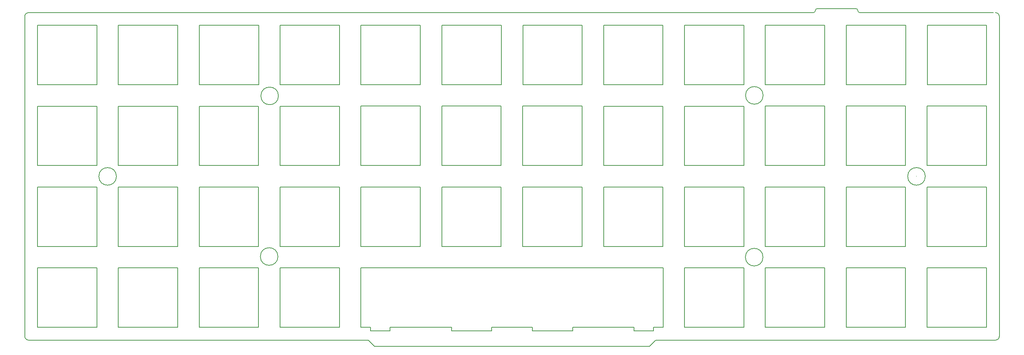
<source format=gto>
G04 #@! TF.GenerationSoftware,KiCad,Pcbnew,5.0.1*
G04 #@! TF.CreationDate,2018-11-17T22:45:35-02:00*
G04 #@! TF.ProjectId,plate,706C6174652E6B696361645F70636200,rev?*
G04 #@! TF.SameCoordinates,Original*
G04 #@! TF.FileFunction,Legend,Top*
G04 #@! TF.FilePolarity,Positive*
%FSLAX46Y46*%
G04 Gerber Fmt 4.6, Leading zero omitted, Abs format (unit mm)*
G04 Created by KiCad (PCBNEW 5.0.1) date Sat 17 Nov 2018 10:45:35 PM -02*
%MOMM*%
%LPD*%
G01*
G04 APERTURE LIST*
%ADD10C,0.150000*%
G04 APERTURE END LIST*
D10*
X93326843Y-83690472D02*
G75*
G03X93326843Y-83690472I-2065931J0D01*
G01*
X112695648Y-138078888D02*
X112695648Y-124095840D01*
X114981624Y-138078888D02*
X112695648Y-138078888D01*
X114981624Y-138850776D02*
X114981624Y-138078888D01*
X119553576Y-138850776D02*
X114981624Y-138850776D01*
X119553576Y-138049200D02*
X119553576Y-138850776D01*
X133981944Y-138049200D02*
X119553576Y-138049200D01*
X133981944Y-138850776D02*
X133981944Y-138049200D01*
X143422728Y-138850776D02*
X133981944Y-138850776D01*
X143422728Y-138078888D02*
X143422728Y-138850776D01*
X152982264Y-138078888D02*
X143422728Y-138078888D01*
X152982264Y-138850776D02*
X152982264Y-138078888D01*
X162423048Y-138850776D02*
X152982264Y-138850776D01*
X162423048Y-138078888D02*
X162423048Y-138850776D01*
X176851416Y-138078888D02*
X162423048Y-138078888D01*
X176851416Y-138850776D02*
X176851416Y-138078888D01*
X181423368Y-138850776D02*
X176851416Y-138850776D01*
X181423368Y-138078888D02*
X181423368Y-138850776D01*
X183679656Y-138078888D02*
X181423368Y-138078888D01*
X183679656Y-124125528D02*
X183679656Y-138078888D01*
X112695648Y-124095840D02*
X183679656Y-124095840D01*
X188696928Y-138064044D02*
X188696928Y-124110684D01*
X226682724Y-124095840D02*
X240636084Y-124095840D01*
X202650288Y-138064044D02*
X188696928Y-138064044D01*
X50662572Y-138064044D02*
X36709212Y-138064044D01*
X245712732Y-138049200D02*
X245712732Y-124095840D01*
X36709212Y-124110684D02*
X50662572Y-124110684D01*
X188696928Y-124110684D02*
X202650288Y-124110684D01*
X245712732Y-124095840D02*
X259666092Y-124095840D01*
X88663212Y-124110684D02*
X74709852Y-124110684D01*
X93710172Y-138064044D02*
X93710172Y-124110684D01*
X259666092Y-124095840D02*
X259666092Y-138049200D01*
X207682404Y-138049200D02*
X207682404Y-124095840D01*
X240636084Y-138049200D02*
X226682724Y-138049200D01*
X36709212Y-138064044D02*
X36709212Y-124110684D01*
X259666092Y-138049200D02*
X245712732Y-138049200D01*
X107663532Y-124110684D02*
X107663532Y-138064044D01*
X207682404Y-124095840D02*
X221635764Y-124095840D01*
X88663212Y-138064044D02*
X88663212Y-124110684D01*
X202650288Y-124110684D02*
X202650288Y-138064044D01*
X112695648Y-138049200D02*
X112695648Y-124095840D01*
X55709532Y-124110684D02*
X69662892Y-124110684D01*
X150725976Y-124095840D02*
X164679336Y-124095840D01*
X93710172Y-124110684D02*
X107663532Y-124110684D01*
X74709852Y-138064044D02*
X88663212Y-138064044D01*
X69662892Y-124110684D02*
X69662892Y-138064044D01*
X107663532Y-138064044D02*
X93710172Y-138064044D01*
X74709852Y-124110684D02*
X74709852Y-138064044D01*
X221635764Y-124095840D02*
X221635764Y-138049200D01*
X50662572Y-124110684D02*
X50662572Y-138064044D01*
X69662892Y-138064044D02*
X55709532Y-138064044D01*
X55709532Y-138064044D02*
X55709532Y-124110684D01*
X221635764Y-138049200D02*
X207682404Y-138049200D01*
X240636084Y-124095840D02*
X240636084Y-138049200D01*
X226682724Y-138049200D02*
X226682724Y-124095840D01*
X226682724Y-119048880D02*
X226682724Y-105095520D01*
X240636084Y-105095520D02*
X240636084Y-119048880D01*
X245712732Y-119048880D02*
X245712732Y-105095520D01*
X93208091Y-121423920D02*
G75*
G03X93208091Y-121423920I-2065931J0D01*
G01*
X55266827Y-102601728D02*
G75*
G03X55266827Y-102601728I-2065931J0D01*
G01*
X207150635Y-121572360D02*
G75*
G03X207150635Y-121572360I-2065931J0D01*
G01*
X207180323Y-83571720D02*
G75*
G03X207180323Y-83571720I-2065931J0D01*
G01*
X245270027Y-102601728D02*
G75*
G03X245270027Y-102601728I-2065931J0D01*
G01*
X243189252Y-102601728D02*
G75*
G03X243189252Y-102601728I-29688J0D01*
G01*
X188696928Y-119063724D02*
X188696928Y-105110364D01*
X74709852Y-119063724D02*
X88663212Y-119063724D01*
X126649008Y-105095520D02*
X126649008Y-119048880D01*
X112695648Y-119048880D02*
X112695648Y-105095520D01*
X74709852Y-105110364D02*
X74709852Y-119063724D01*
X88663212Y-119063724D02*
X88663212Y-105110364D01*
X50662572Y-119063724D02*
X36709212Y-119063724D01*
X207682404Y-105095520D02*
X221635764Y-105095520D01*
X131695968Y-105095520D02*
X145649328Y-105095520D01*
X107663532Y-105110364D02*
X107663532Y-119063724D01*
X126649008Y-119048880D02*
X112695648Y-119048880D01*
X221635764Y-119048880D02*
X207682404Y-119048880D01*
X107663532Y-119063724D02*
X93710172Y-119063724D01*
X164679336Y-105095520D02*
X164679336Y-119048880D01*
X150725976Y-105095520D02*
X164679336Y-105095520D01*
X69662892Y-105110364D02*
X69662892Y-119063724D01*
X169696608Y-119063724D02*
X183649968Y-119063724D01*
X50662572Y-105110364D02*
X50662572Y-119063724D01*
X259666092Y-119048880D02*
X245712732Y-119048880D01*
X183649968Y-119063724D02*
X183649968Y-105110364D01*
X55709532Y-119063724D02*
X55709532Y-105110364D01*
X188696928Y-105110364D02*
X202650288Y-105110364D01*
X55709532Y-105110364D02*
X69662892Y-105110364D01*
X164679336Y-119048880D02*
X150725976Y-119048880D01*
X202650288Y-105110364D02*
X202650288Y-119063724D01*
X36709212Y-105110364D02*
X50662572Y-105110364D01*
X112695648Y-105095520D02*
X126649008Y-105095520D01*
X145649328Y-105095520D02*
X145649328Y-119048880D01*
X207682404Y-119048880D02*
X207682404Y-105095520D01*
X93710172Y-119063724D02*
X93710172Y-105110364D01*
X259666092Y-105095520D02*
X259666092Y-119048880D01*
X245712732Y-105095520D02*
X259666092Y-105095520D01*
X88663212Y-105110364D02*
X74709852Y-105110364D01*
X131695968Y-119048880D02*
X131695968Y-105095520D01*
X183649968Y-105110364D02*
X169696608Y-105110364D01*
X69662892Y-119063724D02*
X55709532Y-119063724D01*
X240636084Y-119048880D02*
X226682724Y-119048880D01*
X226682724Y-105095520D02*
X240636084Y-105095520D01*
X93710172Y-105110364D02*
X107663532Y-105110364D01*
X202650288Y-119063724D02*
X188696928Y-119063724D01*
X150725976Y-119048880D02*
X150725976Y-105095520D01*
X36709212Y-119063724D02*
X36709212Y-105110364D01*
X145649328Y-119048880D02*
X131695968Y-119048880D01*
X221635764Y-105095520D02*
X221635764Y-119048880D01*
X169696608Y-105110364D02*
X169696608Y-119063724D01*
X93710172Y-100063404D02*
X93710172Y-86110044D01*
X164679336Y-100048560D02*
X150725976Y-100048560D01*
X131695968Y-86095200D02*
X145649328Y-86095200D01*
X50662572Y-86110044D02*
X50662572Y-100063404D01*
X74709852Y-100063404D02*
X88663212Y-100063404D01*
X55709532Y-100063404D02*
X55709532Y-86110044D01*
X50662572Y-100063404D02*
X36709212Y-100063404D01*
X69662892Y-86110044D02*
X69662892Y-100063404D01*
X112695648Y-100048560D02*
X112695648Y-86095200D01*
X126649008Y-86095200D02*
X126649008Y-100048560D01*
X36709212Y-100063404D02*
X36709212Y-86110044D01*
X221635764Y-100048560D02*
X207682404Y-100048560D01*
X188696928Y-86110044D02*
X202650288Y-86110044D01*
X183649968Y-86110044D02*
X169696608Y-86110044D01*
X207682404Y-86095200D02*
X221635764Y-86095200D01*
X150725976Y-100048560D02*
X150725976Y-86095200D01*
X88663212Y-86110044D02*
X74709852Y-86110044D01*
X202650288Y-100063404D02*
X188696928Y-100063404D01*
X202650288Y-86110044D02*
X202650288Y-100063404D01*
X112695648Y-86095200D02*
X126649008Y-86095200D01*
X259666092Y-86095200D02*
X259666092Y-100048560D01*
X245712732Y-86095200D02*
X259666092Y-86095200D01*
X126649008Y-100048560D02*
X112695648Y-100048560D01*
X93710172Y-86110044D02*
X107663532Y-86110044D01*
X221635764Y-86095200D02*
X221635764Y-100048560D01*
X245712732Y-100048560D02*
X245712732Y-86095200D01*
X169696608Y-100063404D02*
X183649968Y-100063404D01*
X207682404Y-100048560D02*
X207682404Y-86095200D01*
X240636084Y-86095200D02*
X240636084Y-100048560D01*
X188696928Y-100063404D02*
X188696928Y-86110044D01*
X164679336Y-86095200D02*
X164679336Y-100048560D01*
X69662892Y-100063404D02*
X55709532Y-100063404D01*
X55709532Y-86110044D02*
X69662892Y-86110044D01*
X150725976Y-86095200D02*
X164679336Y-86095200D01*
X169696608Y-86110044D02*
X169696608Y-100063404D01*
X226682724Y-100048560D02*
X226682724Y-86095200D01*
X240636084Y-100048560D02*
X226682724Y-100048560D01*
X36709212Y-86110044D02*
X50662572Y-86110044D01*
X131695968Y-100048560D02*
X131695968Y-86095200D01*
X107663532Y-100063404D02*
X93710172Y-100063404D01*
X145649328Y-100048560D02*
X131695968Y-100048560D01*
X74709852Y-86110044D02*
X74709852Y-100063404D01*
X183649968Y-100063404D02*
X183649968Y-86110044D01*
X259666092Y-100048560D02*
X245712732Y-100048560D01*
X226682724Y-86095200D02*
X240636084Y-86095200D01*
X88663212Y-100063404D02*
X88663212Y-86110044D01*
X145649328Y-86095200D02*
X145649328Y-100048560D01*
X107663532Y-86110044D02*
X107663532Y-100063404D01*
X188711772Y-81077928D02*
X188711772Y-67124568D01*
X259680936Y-81063084D02*
X245727576Y-81063084D01*
X226697568Y-67109724D02*
X240650928Y-67109724D01*
X169711452Y-81077928D02*
X183664812Y-81077928D01*
X207697248Y-81063084D02*
X207697248Y-67109724D01*
X221650608Y-67109724D02*
X221650608Y-81063084D01*
X245727576Y-81063084D02*
X245727576Y-67109724D01*
X183664812Y-67124568D02*
X169711452Y-67124568D01*
X207697248Y-67109724D02*
X221650608Y-67109724D01*
X221650608Y-81063084D02*
X207697248Y-81063084D01*
X188711772Y-67124568D02*
X202665132Y-67124568D01*
X259680936Y-67109724D02*
X259680936Y-81063084D01*
X245727576Y-67109724D02*
X259680936Y-67109724D01*
X226697568Y-81063084D02*
X226697568Y-67109724D01*
X202665132Y-81077928D02*
X188711772Y-81077928D01*
X240650928Y-81063084D02*
X226697568Y-81063084D01*
X169711452Y-67124568D02*
X169711452Y-81077928D01*
X183664812Y-81077928D02*
X183664812Y-67124568D01*
X240650928Y-67109724D02*
X240650928Y-81063084D01*
X202665132Y-67124568D02*
X202665132Y-81077928D01*
X145664172Y-81063084D02*
X131710812Y-81063084D01*
X131710812Y-81063084D02*
X131710812Y-67109724D01*
X145664172Y-67109724D02*
X145664172Y-81063084D01*
X131710812Y-67109724D02*
X145664172Y-67109724D01*
X150740820Y-81063084D02*
X150740820Y-67109724D01*
X150740820Y-67109724D02*
X164694180Y-67109724D01*
X164694180Y-81063084D02*
X150740820Y-81063084D01*
X164694180Y-67109724D02*
X164694180Y-81063084D01*
X126663852Y-67109724D02*
X126663852Y-81063084D01*
X126663852Y-81063084D02*
X112710492Y-81063084D01*
X112710492Y-81063084D02*
X112710492Y-67109724D01*
X112710492Y-67109724D02*
X126663852Y-67109724D01*
X93725016Y-81077928D02*
X93725016Y-67124568D01*
X107678376Y-81077928D02*
X93725016Y-81077928D01*
X107678376Y-67124568D02*
X107678376Y-81077928D01*
X93725016Y-67124568D02*
X107678376Y-67124568D01*
X88678056Y-67124568D02*
X74724696Y-67124568D01*
X88678056Y-81077928D02*
X88678056Y-67124568D01*
X74724696Y-81077928D02*
X88678056Y-81077928D01*
X74724696Y-67124568D02*
X74724696Y-81077928D01*
X55724376Y-81077928D02*
X55724376Y-67124568D01*
X69677736Y-81077928D02*
X55724376Y-81077928D01*
X69677736Y-67124568D02*
X69677736Y-81077928D01*
X55724376Y-67124568D02*
X69677736Y-67124568D01*
X36724056Y-81077928D02*
X36724056Y-67124568D01*
X50677416Y-81077928D02*
X36724056Y-81077928D01*
X50677416Y-67124568D02*
X50677416Y-81077928D01*
X36724056Y-67124568D02*
X50677416Y-67124568D01*
X181925000Y-141075000D02*
X261725000Y-141075000D01*
X180500000Y-142500000D02*
X181925000Y-141075000D01*
X115900000Y-142500000D02*
X180500000Y-142500000D01*
X114475000Y-141075000D02*
X115900000Y-142500000D01*
X34675000Y-141075000D02*
X114475000Y-141075000D01*
X218975000Y-64125000D02*
X218025000Y-64125000D01*
X228950000Y-63175000D02*
X219925000Y-63175000D01*
X228950000Y-63175000D02*
G75*
G02X229425000Y-63650000I0J-475000D01*
G01*
X229900000Y-64125000D02*
G75*
G02X229425000Y-63650000I0J475000D01*
G01*
X219450000Y-63650000D02*
G75*
G02X218975000Y-64125000I-475000J0D01*
G01*
X219450000Y-63650000D02*
G75*
G02X219925000Y-63175000I475000J0D01*
G01*
X229900000Y-64125000D02*
X261250000Y-64125000D01*
X34675000Y-64125000D02*
X218025000Y-64125000D01*
X33725000Y-65075000D02*
G75*
G02X34675000Y-64125000I950000J0D01*
G01*
X33725000Y-140125000D02*
X33725000Y-65075000D01*
X34675000Y-141075000D02*
G75*
G02X33725000Y-140125000I0J950000D01*
G01*
X262675000Y-140125000D02*
G75*
G02X261725000Y-141075000I-950000J0D01*
G01*
X262675000Y-65075000D02*
X262675000Y-140125000D01*
X261725000Y-64125000D02*
G75*
G02X262675000Y-65075000I0J-950000D01*
G01*
M02*

</source>
